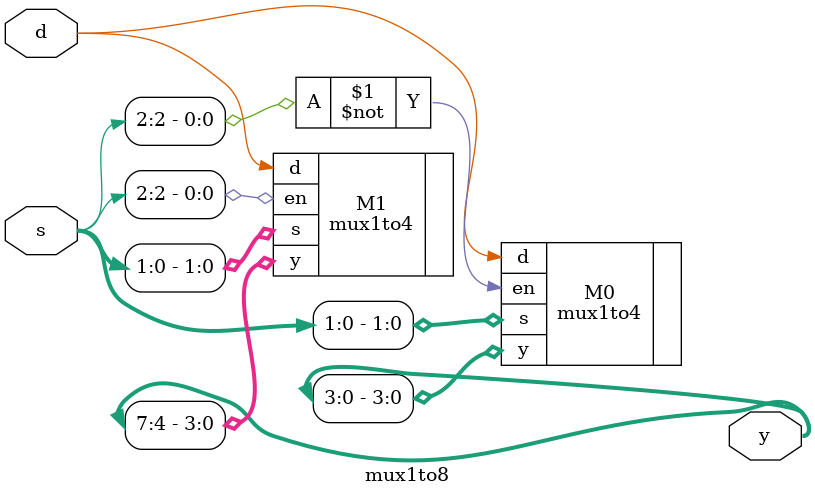
<source format=v>

module mux1to8
( input d,
  input [2:0]s,
  output [7:0]y);

//wire [1:0]y;

mux1to4 M0(.d(d),.en(~s[2]),.s(s[1:0]),.y(y[3:0])),
  	M1(.d(d),.en(s[2]),.s(s[1:0]),.y(y[7:4]));

endmodule

</source>
